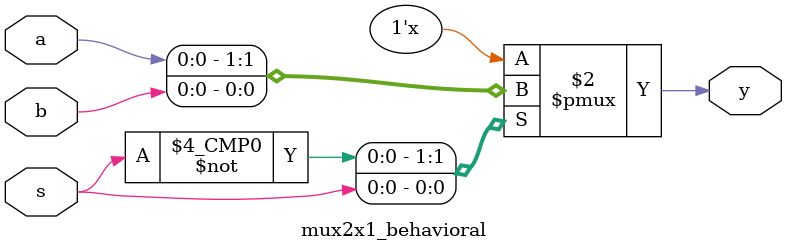
<source format=v>
module mux2x1_behavioral (a, b, s, y);
	
	input a, b, s;
	output y;

	reg y;

	always @ (s or a or b)
	begin
		case (s)
			1'b0: y = a;
			1'b1: y = b;
		endcase
	end 

endmodule

</source>
